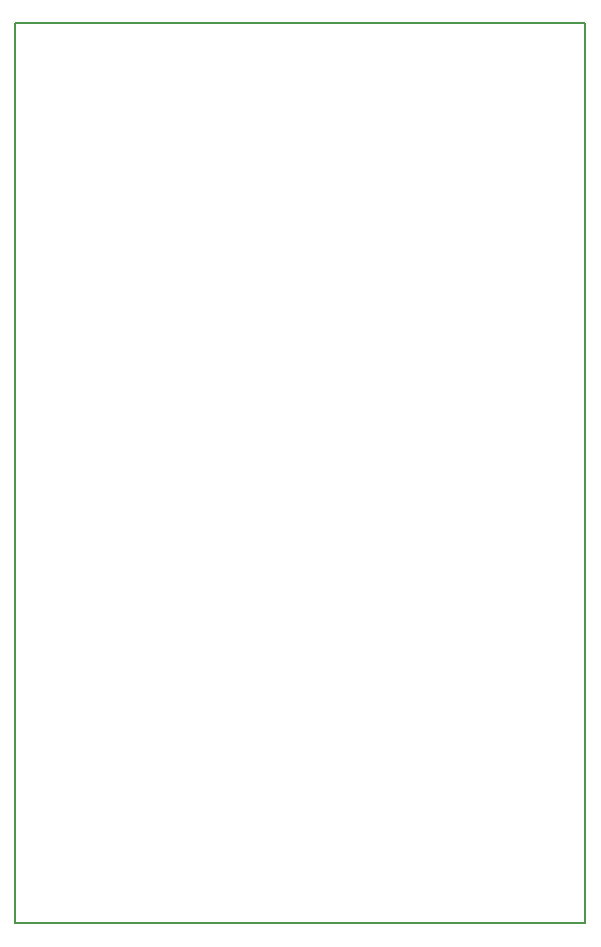
<source format=gbr>
%TF.GenerationSoftware,KiCad,Pcbnew,(5.0.0)*%
%TF.CreationDate,2018-11-11T16:52:16+07:00*%
%TF.ProjectId,AntennaSwitch_v1.1,416E74656E6E615377697463685F7631,rev?*%
%TF.SameCoordinates,Original*%
%TF.FileFunction,Profile,NP*%
%FSLAX46Y46*%
G04 Gerber Fmt 4.6, Leading zero omitted, Abs format (unit mm)*
G04 Created by KiCad (PCBNEW (5.0.0)) date 11/11/18 16:52:16*
%MOMM*%
%LPD*%
G01*
G04 APERTURE LIST*
%ADD10C,0.200000*%
G04 APERTURE END LIST*
D10*
X194310000Y-54610000D02*
X194310000Y-130810000D01*
X146050000Y-54610000D02*
X194310000Y-54610000D01*
X146050000Y-130810000D02*
X146050000Y-54610000D01*
X194310000Y-130810000D02*
X146050000Y-130810000D01*
M02*

</source>
